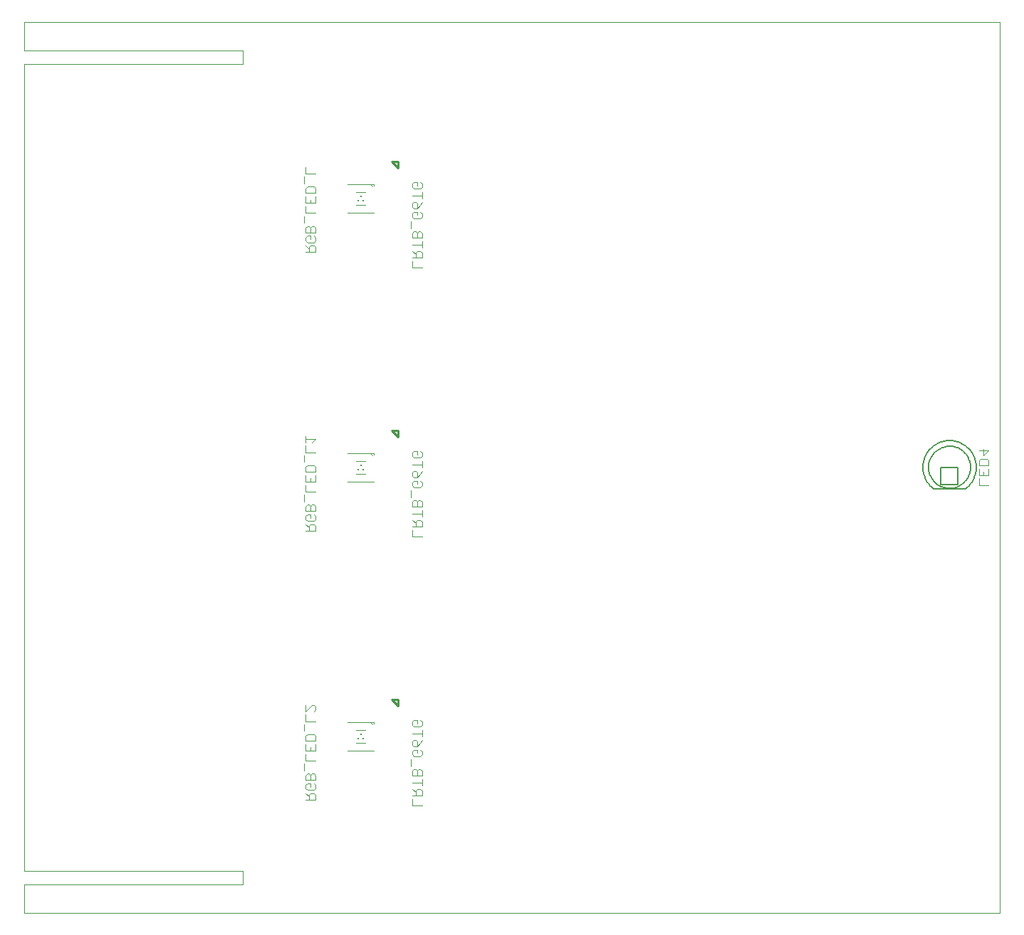
<source format=gbo>
G75*
G70*
%OFA0B0*%
%FSLAX24Y24*%
%IPPOS*%
%LPD*%
%AMOC8*
5,1,8,0,0,1.08239X$1,22.5*
%
%ADD10C,0.0000*%
%ADD11C,0.0100*%
%ADD12C,0.0040*%
%ADD13R,0.0098X0.0098*%
%ADD14C,0.0050*%
D10*
X000180Y000100D02*
X000180Y001439D01*
X010416Y001439D01*
X010416Y002069D01*
X000180Y002069D01*
X000180Y039864D01*
X010416Y039864D01*
X010416Y040494D01*
X000180Y040494D01*
X000180Y041832D01*
X045849Y041832D01*
X045849Y000100D01*
X000180Y000100D01*
D11*
X017380Y010100D02*
X017680Y010100D01*
X017680Y009800D01*
X017380Y010100D01*
X017680Y022400D02*
X017380Y022700D01*
X017680Y022700D01*
X017680Y022400D01*
X017680Y035000D02*
X017380Y035300D01*
X017680Y035300D01*
X017680Y035000D01*
D12*
X018415Y034317D02*
X018338Y034240D01*
X018338Y034087D01*
X018415Y034010D01*
X018721Y034010D01*
X018798Y034087D01*
X018798Y034240D01*
X018721Y034317D01*
X018568Y034317D02*
X018568Y034163D01*
X018568Y034317D02*
X018415Y034317D01*
X018798Y033857D02*
X018798Y033550D01*
X018798Y033703D02*
X018338Y033703D01*
X018415Y033396D02*
X018338Y033319D01*
X018338Y033166D01*
X018415Y033089D01*
X018568Y033089D01*
X018568Y033319D01*
X018491Y033396D01*
X018415Y033396D01*
X018721Y033243D02*
X018568Y033089D01*
X018568Y032936D02*
X018568Y032782D01*
X018568Y032936D02*
X018415Y032936D01*
X018338Y032859D01*
X018338Y032706D01*
X018415Y032629D01*
X018721Y032629D01*
X018798Y032706D01*
X018798Y032859D01*
X018721Y032936D01*
X018721Y033243D02*
X018798Y033396D01*
X018261Y032475D02*
X018261Y032168D01*
X018415Y032015D02*
X018338Y031938D01*
X018338Y031708D01*
X018798Y031708D01*
X018798Y031938D01*
X018721Y032015D01*
X018645Y032015D01*
X018568Y031938D01*
X018568Y031708D01*
X018568Y031938D02*
X018491Y032015D01*
X018415Y032015D01*
X018798Y031555D02*
X018798Y031248D01*
X018798Y031401D02*
X018338Y031401D01*
X018338Y031094D02*
X018491Y030941D01*
X018491Y031017D02*
X018491Y030787D01*
X018338Y030787D02*
X018798Y030787D01*
X018798Y031017D01*
X018721Y031094D01*
X018568Y031094D01*
X018491Y031017D01*
X018338Y030634D02*
X018338Y030327D01*
X018798Y030327D01*
X016538Y032895D02*
X015318Y032895D01*
X015721Y033259D02*
X016135Y033259D01*
X016135Y033870D02*
X015721Y033870D01*
X015318Y034234D02*
X016361Y034234D01*
X016460Y034135D01*
X016538Y034145D02*
X016538Y034234D01*
X016361Y034234D01*
X013806Y034038D02*
X013806Y033808D01*
X013346Y033808D01*
X013346Y034038D01*
X013422Y034115D01*
X013729Y034115D01*
X013806Y034038D01*
X013806Y033654D02*
X013806Y033347D01*
X013346Y033347D01*
X013346Y033654D01*
X013576Y033501D02*
X013576Y033347D01*
X013346Y033194D02*
X013346Y032887D01*
X013806Y032887D01*
X013269Y032733D02*
X013269Y032427D01*
X013422Y032273D02*
X013346Y032196D01*
X013346Y031966D01*
X013806Y031966D01*
X013806Y032196D01*
X013729Y032273D01*
X013653Y032273D01*
X013576Y032196D01*
X013576Y031966D01*
X013576Y031813D02*
X013576Y031659D01*
X013576Y031813D02*
X013422Y031813D01*
X013346Y031736D01*
X013346Y031582D01*
X013422Y031506D01*
X013729Y031506D01*
X013806Y031582D01*
X013806Y031736D01*
X013729Y031813D01*
X013576Y032196D02*
X013499Y032273D01*
X013422Y032273D01*
X013346Y031352D02*
X013499Y031199D01*
X013499Y031276D02*
X013499Y031045D01*
X013346Y031045D02*
X013806Y031045D01*
X013806Y031276D01*
X013729Y031352D01*
X013576Y031352D01*
X013499Y031276D01*
X013269Y034268D02*
X013269Y034575D01*
X013346Y034728D02*
X013346Y035035D01*
X013346Y034728D02*
X013806Y034728D01*
X013346Y022437D02*
X013346Y022130D01*
X013346Y021977D02*
X013346Y021670D01*
X013806Y021670D01*
X013653Y022130D02*
X013806Y022284D01*
X013346Y022284D01*
X013269Y021516D02*
X013269Y021209D01*
X013422Y021056D02*
X013729Y021056D01*
X013806Y020979D01*
X013806Y020749D01*
X013346Y020749D01*
X013346Y020979D01*
X013422Y021056D01*
X013346Y020595D02*
X013346Y020289D01*
X013806Y020289D01*
X013806Y020595D01*
X013576Y020442D02*
X013576Y020289D01*
X013346Y020135D02*
X013346Y019828D01*
X013806Y019828D01*
X013269Y019675D02*
X013269Y019368D01*
X013422Y019214D02*
X013346Y019138D01*
X013346Y018907D01*
X013806Y018907D01*
X013806Y019138D01*
X013729Y019214D01*
X013653Y019214D01*
X013576Y019138D01*
X013576Y018907D01*
X013576Y018754D02*
X013576Y018600D01*
X013576Y018754D02*
X013422Y018754D01*
X013346Y018677D01*
X013346Y018524D01*
X013422Y018447D01*
X013729Y018447D01*
X013806Y018524D01*
X013806Y018677D01*
X013729Y018754D01*
X013576Y019138D02*
X013499Y019214D01*
X013422Y019214D01*
X013346Y018293D02*
X013499Y018140D01*
X013499Y018217D02*
X013499Y017987D01*
X013346Y017987D02*
X013806Y017987D01*
X013806Y018217D01*
X013729Y018293D01*
X013576Y018293D01*
X013499Y018217D01*
X015318Y020297D02*
X016538Y020297D01*
X016135Y020661D02*
X015721Y020661D01*
X015721Y021271D02*
X016135Y021271D01*
X016460Y021537D02*
X016361Y021635D01*
X015318Y021635D01*
X016361Y021635D02*
X016538Y021635D01*
X016538Y021547D01*
X018338Y021488D02*
X018338Y021642D01*
X018415Y021718D01*
X018568Y021718D01*
X018568Y021565D01*
X018721Y021412D02*
X018415Y021412D01*
X018338Y021488D01*
X018338Y021105D02*
X018798Y021105D01*
X018798Y021258D02*
X018798Y020951D01*
X018798Y020798D02*
X018721Y020644D01*
X018568Y020491D01*
X018568Y020721D01*
X018491Y020798D01*
X018415Y020798D01*
X018338Y020721D01*
X018338Y020568D01*
X018415Y020491D01*
X018568Y020491D01*
X018568Y020337D02*
X018568Y020184D01*
X018568Y020337D02*
X018415Y020337D01*
X018338Y020261D01*
X018338Y020107D01*
X018415Y020030D01*
X018721Y020030D01*
X018798Y020107D01*
X018798Y020261D01*
X018721Y020337D01*
X018261Y019877D02*
X018261Y019570D01*
X018415Y019417D02*
X018338Y019340D01*
X018338Y019110D01*
X018798Y019110D01*
X018798Y019340D01*
X018721Y019417D01*
X018645Y019417D01*
X018568Y019340D01*
X018568Y019110D01*
X018568Y019340D02*
X018491Y019417D01*
X018415Y019417D01*
X018798Y018956D02*
X018798Y018649D01*
X018798Y018803D02*
X018338Y018803D01*
X018338Y018496D02*
X018491Y018342D01*
X018491Y018419D02*
X018491Y018189D01*
X018338Y018189D02*
X018798Y018189D01*
X018798Y018419D01*
X018721Y018496D01*
X018568Y018496D01*
X018491Y018419D01*
X018338Y018035D02*
X018338Y017728D01*
X018798Y017728D01*
X018721Y021412D02*
X018798Y021488D01*
X018798Y021642D01*
X018721Y021718D01*
X013729Y009839D02*
X013806Y009762D01*
X013806Y009608D01*
X013729Y009532D01*
X013729Y009839D02*
X013653Y009839D01*
X013346Y009532D01*
X013346Y009839D01*
X013346Y009378D02*
X013346Y009071D01*
X013806Y009071D01*
X013729Y008457D02*
X013806Y008381D01*
X013806Y008150D01*
X013346Y008150D01*
X013346Y008381D01*
X013422Y008457D01*
X013729Y008457D01*
X013806Y007997D02*
X013806Y007690D01*
X013346Y007690D01*
X013346Y007997D01*
X013576Y007844D02*
X013576Y007690D01*
X013346Y007537D02*
X013346Y007230D01*
X013806Y007230D01*
X013269Y007076D02*
X013269Y006769D01*
X013422Y006616D02*
X013346Y006539D01*
X013346Y006309D01*
X013806Y006309D01*
X013806Y006539D01*
X013729Y006616D01*
X013653Y006616D01*
X013576Y006539D01*
X013576Y006309D01*
X013576Y006155D02*
X013576Y006002D01*
X013576Y006155D02*
X013422Y006155D01*
X013346Y006079D01*
X013346Y005925D01*
X013422Y005849D01*
X013729Y005849D01*
X013806Y005925D01*
X013806Y006079D01*
X013729Y006155D01*
X013576Y006539D02*
X013499Y006616D01*
X013422Y006616D01*
X013346Y005695D02*
X013499Y005542D01*
X013499Y005618D02*
X013499Y005388D01*
X013346Y005388D02*
X013806Y005388D01*
X013806Y005618D01*
X013729Y005695D01*
X013576Y005695D01*
X013499Y005618D01*
X015318Y007698D02*
X016538Y007698D01*
X016135Y008063D02*
X015721Y008063D01*
X015721Y008673D02*
X016135Y008673D01*
X016460Y008939D02*
X016361Y009037D01*
X015318Y009037D01*
X016361Y009037D02*
X016538Y009037D01*
X016538Y008948D01*
X018338Y008890D02*
X018338Y009043D01*
X018415Y009120D01*
X018568Y009120D01*
X018568Y008967D01*
X018721Y009120D02*
X018798Y009043D01*
X018798Y008890D01*
X018721Y008813D01*
X018415Y008813D01*
X018338Y008890D01*
X018338Y008506D02*
X018798Y008506D01*
X018798Y008353D02*
X018798Y008660D01*
X018798Y008199D02*
X018721Y008046D01*
X018568Y007892D01*
X018568Y008123D01*
X018491Y008199D01*
X018415Y008199D01*
X018338Y008123D01*
X018338Y007969D01*
X018415Y007892D01*
X018568Y007892D01*
X018568Y007739D02*
X018568Y007585D01*
X018568Y007739D02*
X018415Y007739D01*
X018338Y007662D01*
X018338Y007509D01*
X018415Y007432D01*
X018721Y007432D01*
X018798Y007509D01*
X018798Y007662D01*
X018721Y007739D01*
X018261Y007279D02*
X018261Y006972D01*
X018415Y006818D02*
X018338Y006741D01*
X018338Y006511D01*
X018798Y006511D01*
X018798Y006741D01*
X018721Y006818D01*
X018645Y006818D01*
X018568Y006741D01*
X018568Y006511D01*
X018568Y006741D02*
X018491Y006818D01*
X018415Y006818D01*
X018798Y006358D02*
X018798Y006051D01*
X018798Y006204D02*
X018338Y006204D01*
X018338Y005897D02*
X018491Y005744D01*
X018491Y005821D02*
X018491Y005590D01*
X018338Y005590D02*
X018798Y005590D01*
X018798Y005821D01*
X018721Y005897D01*
X018568Y005897D01*
X018491Y005821D01*
X018338Y005437D02*
X018338Y005130D01*
X018798Y005130D01*
X013269Y008611D02*
X013269Y008918D01*
X044857Y020136D02*
X044857Y020443D01*
X044857Y020597D02*
X044857Y020903D01*
X044857Y021057D02*
X044857Y021287D01*
X044934Y021364D01*
X045241Y021364D01*
X045317Y021287D01*
X045317Y021057D01*
X044857Y021057D01*
X045087Y020750D02*
X045087Y020597D01*
X045317Y020597D02*
X044857Y020597D01*
X045317Y020597D02*
X045317Y020903D01*
X045317Y020136D02*
X044857Y020136D01*
X045087Y021517D02*
X045087Y021824D01*
X044857Y021748D02*
X045317Y021748D01*
X045087Y021517D01*
D13*
X016046Y020868D03*
X015928Y021065D03*
X015810Y020868D03*
X015928Y008466D03*
X015810Y008269D03*
X016046Y008269D03*
X016046Y033466D03*
X015928Y033663D03*
X015810Y033466D03*
D14*
X043087Y020966D02*
X043087Y020166D01*
X043887Y020166D01*
X043887Y020966D01*
X043087Y020966D01*
X042503Y020966D02*
X042505Y021028D01*
X042511Y021091D01*
X042521Y021152D01*
X042535Y021213D01*
X042552Y021273D01*
X042573Y021332D01*
X042599Y021389D01*
X042627Y021444D01*
X042659Y021498D01*
X042695Y021549D01*
X042733Y021599D01*
X042775Y021645D01*
X042819Y021689D01*
X042867Y021730D01*
X042916Y021768D01*
X042968Y021802D01*
X043022Y021833D01*
X043078Y021861D01*
X043136Y021885D01*
X043195Y021906D01*
X043255Y021922D01*
X043316Y021935D01*
X043378Y021944D01*
X043440Y021949D01*
X043503Y021950D01*
X043565Y021947D01*
X043627Y021940D01*
X043689Y021929D01*
X043749Y021914D01*
X043809Y021896D01*
X043867Y021874D01*
X043924Y021848D01*
X043979Y021818D01*
X044032Y021785D01*
X044083Y021749D01*
X044131Y021710D01*
X044177Y021667D01*
X044220Y021622D01*
X044260Y021574D01*
X044297Y021524D01*
X044331Y021471D01*
X044362Y021417D01*
X044388Y021361D01*
X044412Y021303D01*
X044431Y021243D01*
X044447Y021183D01*
X044459Y021121D01*
X044467Y021060D01*
X044471Y020997D01*
X044471Y020935D01*
X044467Y020872D01*
X044459Y020811D01*
X044447Y020749D01*
X044431Y020689D01*
X044412Y020629D01*
X044388Y020571D01*
X044362Y020515D01*
X044331Y020461D01*
X044297Y020408D01*
X044260Y020358D01*
X044220Y020310D01*
X044177Y020265D01*
X044131Y020222D01*
X044083Y020183D01*
X044032Y020147D01*
X043979Y020114D01*
X043924Y020084D01*
X043867Y020058D01*
X043809Y020036D01*
X043749Y020018D01*
X043689Y020003D01*
X043627Y019992D01*
X043565Y019985D01*
X043503Y019982D01*
X043440Y019983D01*
X043378Y019988D01*
X043316Y019997D01*
X043255Y020010D01*
X043195Y020026D01*
X043136Y020047D01*
X043078Y020071D01*
X043022Y020099D01*
X042968Y020130D01*
X042916Y020164D01*
X042867Y020202D01*
X042819Y020243D01*
X042775Y020287D01*
X042733Y020333D01*
X042695Y020383D01*
X042659Y020434D01*
X042627Y020488D01*
X042599Y020543D01*
X042573Y020600D01*
X042552Y020659D01*
X042535Y020719D01*
X042521Y020780D01*
X042511Y020841D01*
X042505Y020904D01*
X042503Y020966D01*
X042737Y019966D02*
X042683Y020009D01*
X042631Y020055D01*
X042582Y020104D01*
X042535Y020156D01*
X042492Y020210D01*
X042451Y020266D01*
X042414Y020325D01*
X042380Y020385D01*
X042350Y020448D01*
X042323Y020511D01*
X042299Y020577D01*
X042279Y020643D01*
X042263Y020711D01*
X042251Y020779D01*
X042243Y020848D01*
X042238Y020917D01*
X042237Y020987D01*
X042240Y021056D01*
X042247Y021125D01*
X042258Y021193D01*
X042272Y021261D01*
X042291Y021328D01*
X042313Y021394D01*
X042338Y021459D01*
X042367Y021522D01*
X042400Y021583D01*
X042436Y021642D01*
X042475Y021699D01*
X042517Y021755D01*
X042562Y021807D01*
X042610Y021857D01*
X042661Y021904D01*
X042715Y021949D01*
X042770Y021990D01*
X042828Y022028D01*
X042888Y022063D01*
X042950Y022095D01*
X043013Y022123D01*
X043078Y022147D01*
X043144Y022168D01*
X043212Y022185D01*
X043280Y022199D01*
X043349Y022208D01*
X043418Y022214D01*
X043487Y022216D01*
X043556Y022214D01*
X043625Y022208D01*
X043694Y022199D01*
X043762Y022185D01*
X043830Y022168D01*
X043896Y022147D01*
X043961Y022123D01*
X044024Y022095D01*
X044086Y022063D01*
X044146Y022028D01*
X044204Y021990D01*
X044259Y021949D01*
X044313Y021904D01*
X044364Y021857D01*
X044412Y021807D01*
X044457Y021755D01*
X044499Y021699D01*
X044538Y021642D01*
X044574Y021583D01*
X044607Y021522D01*
X044636Y021459D01*
X044661Y021394D01*
X044683Y021328D01*
X044702Y021261D01*
X044716Y021193D01*
X044727Y021125D01*
X044734Y021056D01*
X044737Y020987D01*
X044736Y020917D01*
X044731Y020848D01*
X044723Y020779D01*
X044711Y020711D01*
X044695Y020643D01*
X044675Y020577D01*
X044651Y020511D01*
X044624Y020448D01*
X044594Y020385D01*
X044560Y020325D01*
X044523Y020266D01*
X044482Y020210D01*
X044439Y020156D01*
X044392Y020104D01*
X044343Y020055D01*
X044291Y020009D01*
X044237Y019966D01*
X042737Y019966D01*
M02*

</source>
